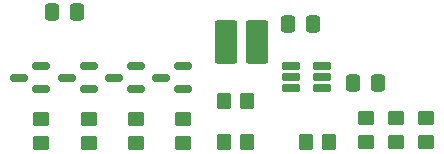
<source format=gbr>
%TF.GenerationSoftware,KiCad,Pcbnew,9.0.2*%
%TF.CreationDate,2025-06-25T21:04:22+02:00*%
%TF.ProjectId,Schrankbeleuchtung,53636872-616e-46b6-9265-6c6575636874,rev?*%
%TF.SameCoordinates,Original*%
%TF.FileFunction,Paste,Top*%
%TF.FilePolarity,Positive*%
%FSLAX46Y46*%
G04 Gerber Fmt 4.6, Leading zero omitted, Abs format (unit mm)*
G04 Created by KiCad (PCBNEW 9.0.2) date 2025-06-25 21:04:22*
%MOMM*%
%LPD*%
G01*
G04 APERTURE LIST*
G04 Aperture macros list*
%AMRoundRect*
0 Rectangle with rounded corners*
0 $1 Rounding radius*
0 $2 $3 $4 $5 $6 $7 $8 $9 X,Y pos of 4 corners*
0 Add a 4 corners polygon primitive as box body*
4,1,4,$2,$3,$4,$5,$6,$7,$8,$9,$2,$3,0*
0 Add four circle primitives for the rounded corners*
1,1,$1+$1,$2,$3*
1,1,$1+$1,$4,$5*
1,1,$1+$1,$6,$7*
1,1,$1+$1,$8,$9*
0 Add four rect primitives between the rounded corners*
20,1,$1+$1,$2,$3,$4,$5,0*
20,1,$1+$1,$4,$5,$6,$7,0*
20,1,$1+$1,$6,$7,$8,$9,0*
20,1,$1+$1,$8,$9,$2,$3,0*%
G04 Aperture macros list end*
%ADD10RoundRect,0.250000X0.350000X0.450000X-0.350000X0.450000X-0.350000X-0.450000X0.350000X-0.450000X0*%
%ADD11RoundRect,0.150000X0.587500X0.150000X-0.587500X0.150000X-0.587500X-0.150000X0.587500X-0.150000X0*%
%ADD12RoundRect,0.250000X0.450000X-0.350000X0.450000X0.350000X-0.450000X0.350000X-0.450000X-0.350000X0*%
%ADD13RoundRect,0.250000X-0.337500X-0.475000X0.337500X-0.475000X0.337500X0.475000X-0.337500X0.475000X0*%
%ADD14RoundRect,0.250000X0.337500X0.475000X-0.337500X0.475000X-0.337500X-0.475000X0.337500X-0.475000X0*%
%ADD15RoundRect,0.250000X-0.350000X-0.450000X0.350000X-0.450000X0.350000X0.450000X-0.350000X0.450000X0*%
%ADD16RoundRect,0.162500X-0.617500X-0.162500X0.617500X-0.162500X0.617500X0.162500X-0.617500X0.162500X0*%
%ADD17RoundRect,0.250000X0.700000X1.600000X-0.700000X1.600000X-0.700000X-1.600000X0.700000X-1.600000X0*%
G04 APERTURE END LIST*
D10*
%TO.C,R10*%
X69500000Y-66000000D03*
X67500000Y-66000000D03*
%TD*%
D11*
%TO.C,Q1*%
X52062500Y-61500000D03*
X52062500Y-59600000D03*
X50187500Y-60550000D03*
%TD*%
D12*
%TO.C,R1*%
X52062500Y-66050000D03*
X52062500Y-64050000D03*
%TD*%
D11*
%TO.C,Q3*%
X60062500Y-61500000D03*
X60062500Y-59600000D03*
X58187500Y-60550000D03*
%TD*%
%TO.C,Q2*%
X56062500Y-61500000D03*
X56062500Y-59600000D03*
X54187500Y-60550000D03*
%TD*%
D13*
%TO.C,C3*%
X72962500Y-56000000D03*
X75037500Y-56000000D03*
%TD*%
D14*
%TO.C,C2*%
X55037500Y-55000000D03*
X52962500Y-55000000D03*
%TD*%
D12*
%TO.C,R6*%
X79520000Y-66000000D03*
X79520000Y-64000000D03*
%TD*%
%TO.C,R8*%
X84600000Y-66000000D03*
X84600000Y-64000000D03*
%TD*%
%TO.C,R7*%
X82060000Y-66000000D03*
X82060000Y-64000000D03*
%TD*%
%TO.C,R4*%
X64062500Y-66050000D03*
X64062500Y-64050000D03*
%TD*%
D15*
%TO.C,R5*%
X74440000Y-66000000D03*
X76440000Y-66000000D03*
%TD*%
D13*
%TO.C,C1*%
X78462500Y-61000000D03*
X80537500Y-61000000D03*
%TD*%
D10*
%TO.C,R9*%
X69500000Y-62500000D03*
X67500000Y-62500000D03*
%TD*%
D12*
%TO.C,R2*%
X56062500Y-66050000D03*
X56062500Y-64050000D03*
%TD*%
D16*
%TO.C,U1*%
X73150000Y-59550000D03*
X73150000Y-60500000D03*
X73150000Y-61450000D03*
X75850000Y-61450000D03*
X75850000Y-60500000D03*
X75850000Y-59550000D03*
%TD*%
D11*
%TO.C,Q4*%
X64062500Y-61500000D03*
X64062500Y-59600000D03*
X62187500Y-60550000D03*
%TD*%
D17*
%TO.C,L1*%
X70350000Y-57500000D03*
X67650000Y-57500000D03*
%TD*%
D12*
%TO.C,R3*%
X60062500Y-66050000D03*
X60062500Y-64050000D03*
%TD*%
M02*

</source>
